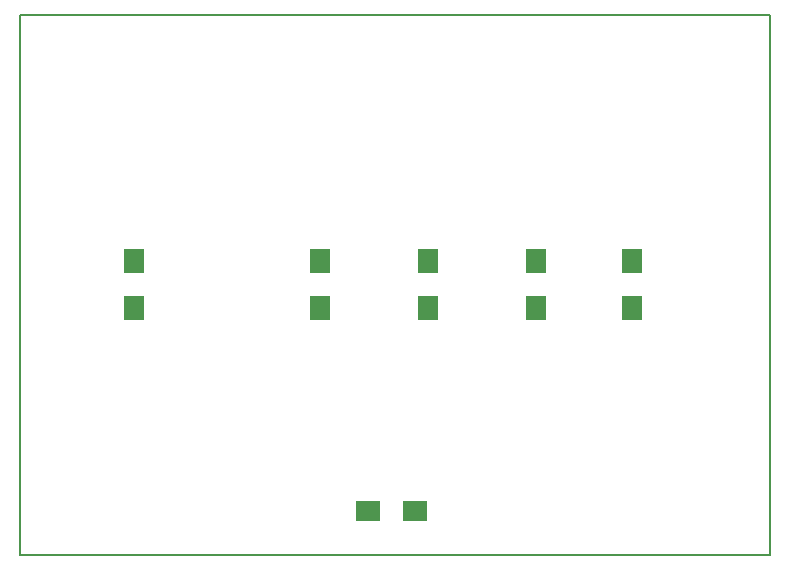
<source format=gbr>
G04 #@! TF.FileFunction,Paste,Bot*
%FSLAX46Y46*%
G04 Gerber Fmt 4.6, Leading zero omitted, Abs format (unit mm)*
G04 Created by KiCad (PCBNEW 4.0.7-e2-6376~61~ubuntu18.04.1) date Thu Jul 19 00:17:22 2018*
%MOMM*%
%LPD*%
G01*
G04 APERTURE LIST*
%ADD10C,0.100000*%
%ADD11C,0.150000*%
%ADD12R,1.700000X2.000000*%
%ADD13R,2.000000X1.700000*%
G04 APERTURE END LIST*
D10*
D11*
X0Y127000D02*
X0Y45847000D01*
X63500000Y127000D02*
X0Y127000D01*
X63500000Y127000D02*
X63500000Y45847000D01*
X63500000Y45847000D02*
X0Y45847000D01*
D12*
X43688000Y20987000D03*
X43688000Y24987000D03*
X25400000Y20987000D03*
X25400000Y24987000D03*
X9652000Y20987000D03*
X9652000Y24987000D03*
X51816000Y20987000D03*
X51816000Y24987000D03*
X34544000Y20987000D03*
X34544000Y24987000D03*
D13*
X33496000Y3810000D03*
X29496000Y3810000D03*
M02*

</source>
